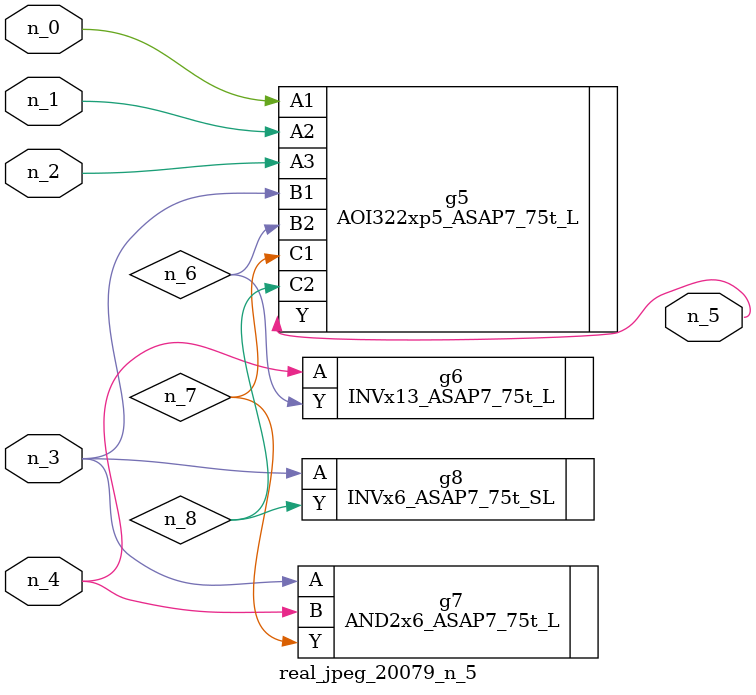
<source format=v>
module real_jpeg_20079_n_5 (n_4, n_0, n_1, n_2, n_3, n_5);

input n_4;
input n_0;
input n_1;
input n_2;
input n_3;

output n_5;

wire n_8;
wire n_6;
wire n_7;

AOI322xp5_ASAP7_75t_L g5 ( 
.A1(n_0),
.A2(n_1),
.A3(n_2),
.B1(n_3),
.B2(n_6),
.C1(n_7),
.C2(n_8),
.Y(n_5)
);

AND2x6_ASAP7_75t_L g7 ( 
.A(n_3),
.B(n_4),
.Y(n_7)
);

INVx6_ASAP7_75t_SL g8 ( 
.A(n_3),
.Y(n_8)
);

INVx13_ASAP7_75t_L g6 ( 
.A(n_4),
.Y(n_6)
);


endmodule
</source>
